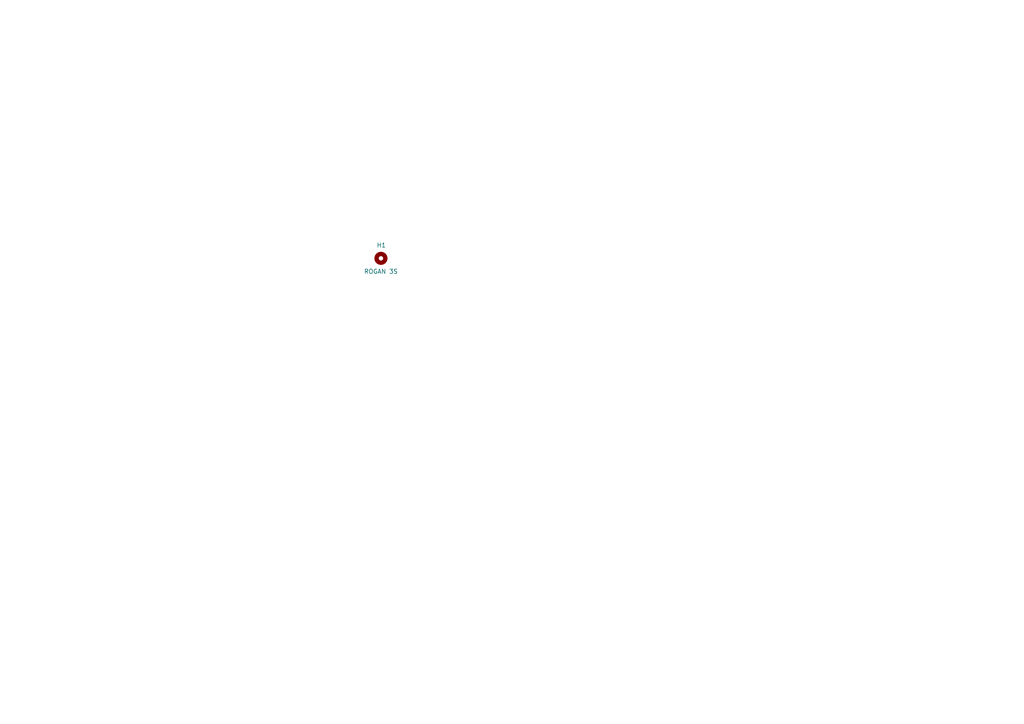
<source format=kicad_sch>
(kicad_sch (version 20211123) (generator eeschema)
  (paper "A4")
  (lib_symbols
    (symbol "Mechanical:MountingHole" (pin_names (offset 1.016))
      (property "Reference" "H" (at 0 5.08 0))
      (property "Value" "MountingHole" (at 0 3.175 0))
      (symbol "MountingHole_0_1"
        (circle (center 0 0) (radius 1.27) (stroke (width 1.27)))
      )
    )
  )
  (symbol (lib_id "Mechanical:MountingHole") (at 110.49 74.93 90) (mirror x) (unit 1)
    (property "Reference" "H1" (at 109.22 71.12 90) (effects (justify right)))
    (property "Value" "ROGAN 3S" (at 110.49 78.74 90))
    (property "Footprint" "Empty:Empty" (effects hide))
    (property "Device" "Knob" (effects hide))
    (property "Description" "3S - Large Encoder WHITE (D Shaft) - Rogan PT Plastic Knob" (effects hide))
    (property "Place" "No" (effects hide))
    (property "Dist" "Electro-Smith" (effects hide))
    (property "DistLink" "https://www.electro-smith.com/parts/rogans" (effects hide))
  )
)
</source>
